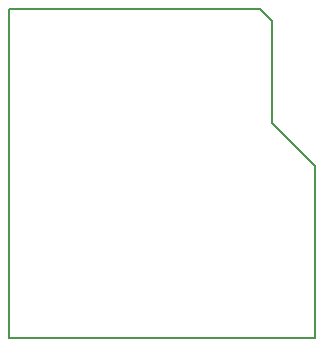
<source format=gbr>
%TF.GenerationSoftware,KiCad,Pcbnew,8.0.1*%
%TF.CreationDate,2024-12-19T13:08:11+01:00*%
%TF.ProjectId,on_off_switch,6f6e5f6f-6666-45f7-9377-697463682e6b,rev?*%
%TF.SameCoordinates,Original*%
%TF.FileFunction,Profile,NP*%
%FSLAX46Y46*%
G04 Gerber Fmt 4.6, Leading zero omitted, Abs format (unit mm)*
G04 Created by KiCad (PCBNEW 8.0.1) date 2024-12-19 13:08:11*
%MOMM*%
%LPD*%
G01*
G04 APERTURE LIST*
%TA.AperFunction,Profile*%
%ADD10C,0.200000*%
%TD*%
G04 APERTURE END LIST*
D10*
X137980000Y-47480000D02*
X137980000Y-56116688D01*
X141640000Y-59690133D01*
X141640000Y-74240502D01*
X115690000Y-74242609D01*
X115690000Y-46420000D01*
X136920000Y-46420000D01*
X137980000Y-47480000D01*
M02*

</source>
